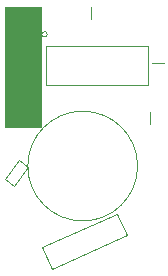
<source format=gbr>
G04 #@! TF.GenerationSoftware,KiCad,Pcbnew,(5.1.5-0-10_14)*
G04 #@! TF.CreationDate,2021-10-06T22:58:41+01:00*
G04 #@! TF.ProjectId,throwie,7468726f-7769-4652-9e6b-696361645f70,rev?*
G04 #@! TF.SameCoordinates,Original*
G04 #@! TF.FileFunction,Legend,Bot*
G04 #@! TF.FilePolarity,Positive*
%FSLAX46Y46*%
G04 Gerber Fmt 4.6, Leading zero omitted, Abs format (unit mm)*
G04 Created by KiCad (PCBNEW (5.1.5-0-10_14)) date 2021-10-06 22:58:41*
%MOMM*%
%LPD*%
G04 APERTURE LIST*
%ADD10C,0.100000*%
%ADD11C,0.120000*%
G04 APERTURE END LIST*
D10*
G36*
X55372000Y-77724000D02*
G01*
X52324000Y-77724000D01*
X52324000Y-67564000D01*
X55372000Y-67564000D01*
X55372000Y-77724000D01*
G37*
X55372000Y-77724000D02*
X52324000Y-77724000D01*
X52324000Y-67564000D01*
X55372000Y-67564000D01*
X55372000Y-77724000D01*
D11*
X55928274Y-69870000D02*
G75*
G03X55928274Y-69870000I-226274J0D01*
G01*
X64457000Y-70850000D02*
X64457000Y-74150000D01*
X55807000Y-70850000D02*
X55807000Y-74150000D01*
X55807000Y-74150000D02*
X64457000Y-74150000D01*
X55807000Y-70850000D02*
X64457000Y-70850000D01*
X63578000Y-81026000D02*
G75*
G03X63578000Y-81026000I-4650000J0D01*
G01*
X64608000Y-77462000D02*
X64608000Y-76462000D01*
X56292900Y-89716348D02*
X55479426Y-87889257D01*
X62687718Y-86869191D02*
X56292900Y-89716348D01*
X61874245Y-85042100D02*
X62687718Y-86869191D01*
X55479426Y-87889257D02*
X61874245Y-85042100D01*
X59598000Y-67572000D02*
X59598000Y-68572000D01*
X54320611Y-81067607D02*
X53130966Y-82675320D01*
X53516755Y-80472784D02*
X54320611Y-81067607D01*
X52327109Y-82080498D02*
X53516755Y-80472784D01*
X53130966Y-82675320D02*
X52327109Y-82080498D01*
X65778000Y-72298000D02*
X64778000Y-72298000D01*
M02*

</source>
